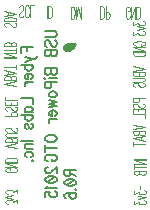
<source format=gbo>
G04 DipTrace 2.4.0.2*
%INUSBBiPowerOTG.gbo*%
%MOMM*%
%ADD10C,0.25*%
%ADD29C,0.114*%
%ADD84O,0.863X0.723*%
%ADD127C,0.157*%
%FSLAX53Y53*%
G04*
G71*
G90*
G75*
G01*
%LNBotSilk*%
%LPD*%
G36*
X19040Y26710D2*
X18406Y26093D1*
X18060Y26577D1*
X18216Y26703D1*
X19040Y26710D1*
G37*
D84*
X18345Y26428D3*
X18923Y26713D2*
D10*
G02X18420Y26196I-586J68D01*
G01*
X18900Y26727D2*
G03X18280Y26666I-219J-970D01*
G01*
X18490Y16068D2*
D127*
Y15719D1*
X18440Y15602D1*
X18392Y15562D1*
X18295Y15524D1*
X18198D1*
X18101Y15562D1*
X18052Y15602D1*
X18003Y15719D1*
Y16068D1*
X19024D1*
X18490Y15796D2*
X19024Y15524D1*
X18004Y15039D2*
X18053Y15156D1*
X18199Y15234D1*
X18441Y15273D1*
X18587D1*
X18830Y15234D1*
X18976Y15156D1*
X19024Y15039D1*
Y14962D1*
X18976Y14845D1*
X18830Y14768D1*
X18587Y14728D1*
X18441D1*
X18199Y14768D1*
X18053Y14845D1*
X18004Y14962D1*
Y15039D1*
X18199Y14768D2*
X18830Y15234D1*
X18926Y14439D2*
X18976Y14477D1*
X19024Y14439D1*
X18976Y14399D1*
X18926Y14439D1*
X18149Y13682D2*
X18053Y13720D1*
X18004Y13837D1*
Y13915D1*
X18053Y14031D1*
X18199Y14109D1*
X18441Y14148D1*
X18684D1*
X18878Y14109D1*
X18976Y14031D1*
X19024Y13915D1*
Y13876D1*
X18976Y13760D1*
X18878Y13682D1*
X18732Y13643D1*
X18684D1*
X18538Y13682D1*
X18441Y13760D1*
X18393Y13876D1*
Y13915D1*
X18441Y14031D1*
X18538Y14109D1*
X18684Y14148D1*
X24428Y14742D2*
D29*
Y14461D1*
X23918Y14301D2*
Y14034D1*
X24307Y14180D1*
Y14107D1*
X24355Y14059D1*
X24404Y14034D1*
X24550Y14010D1*
X24646D1*
X24792Y14034D1*
X24890Y14083D1*
X24938Y14156D1*
Y14229D1*
X24890Y14301D1*
X24841Y14325D1*
X24744Y14350D1*
X24258Y13899D2*
X24938Y13753D1*
X24258Y13607D1*
X23918Y13447D2*
Y13180D1*
X24307Y13326D1*
Y13253D1*
X24355Y13205D1*
X24404Y13180D1*
X24550Y13156D1*
X24646D1*
X24792Y13180D1*
X24890Y13229D1*
X24938Y13302D1*
Y13375D1*
X24890Y13447D1*
X24841Y13471D1*
X24744Y13496D1*
X23822Y19882D2*
X24842Y19688D1*
X23822Y19493D1*
Y19382D2*
X24842D1*
Y19163D1*
X24793Y19090D1*
X24745Y19066D1*
X24648Y19042D1*
X24502D1*
X24404Y19066D1*
X24356Y19090D1*
X24308Y19163D1*
X24258Y19090D1*
X24210Y19066D1*
X24114Y19042D1*
X24016D1*
X23919Y19066D1*
X23870Y19090D1*
X23822Y19163D1*
Y19382D1*
X24308D2*
Y19163D1*
X24842Y18542D2*
X23822Y18736D1*
X24842Y18931D1*
X24502Y18858D2*
Y18615D1*
X23822Y18260D2*
X24842D1*
X23822Y18430D2*
Y18090D1*
X16351Y27833D2*
D127*
X17080D1*
X17226Y27795D1*
X17323Y27717D1*
X17372Y27600D1*
Y27522D1*
X17323Y27406D1*
X17226Y27327D1*
X17080Y27289D1*
X16351D1*
X16497Y26493D2*
X16400Y26571D1*
X16351Y26687D1*
Y26843D1*
X16400Y26960D1*
X16497Y27038D1*
X16594D1*
X16692Y26998D1*
X16740Y26960D1*
X16788Y26882D1*
X16886Y26649D1*
X16934Y26571D1*
X16984Y26532D1*
X17080Y26493D1*
X17226D1*
X17323Y26571D1*
X17372Y26687D1*
Y26843D1*
X17323Y26960D1*
X17226Y27038D1*
X16351Y26242D2*
X17372D1*
Y25892D1*
X17323Y25775D1*
X17274Y25737D1*
X17178Y25698D1*
X17032D1*
X16934Y25737D1*
X16886Y25775D1*
X16838Y25892D1*
X16788Y25775D1*
X16740Y25737D1*
X16643Y25698D1*
X16546D1*
X16449Y25737D1*
X16400Y25775D1*
X16351Y25892D1*
Y26242D1*
X16838D2*
Y25892D1*
X16351Y24657D2*
X17372D1*
Y24307D1*
X17323Y24190D1*
X17274Y24151D1*
X17178Y24112D1*
X17032D1*
X16934Y24151D1*
X16886Y24190D1*
X16838Y24307D1*
X16788Y24190D1*
X16740Y24151D1*
X16643Y24112D1*
X16546D1*
X16449Y24151D1*
X16400Y24190D1*
X16351Y24307D1*
Y24657D1*
X16838D2*
Y24307D1*
X16351Y23861D2*
X16400Y23823D1*
X16351Y23783D1*
X16302Y23823D1*
X16351Y23861D1*
X16692Y23823D2*
X17372D1*
X16886Y23532D2*
Y23182D1*
X16838Y23066D1*
X16788Y23026D1*
X16692Y22988D1*
X16546D1*
X16449Y23026D1*
X16400Y23066D1*
X16351Y23182D1*
Y23532D1*
X17372D1*
X16692Y22543D2*
X16740Y22620D1*
X16838Y22698D1*
X16984Y22737D1*
X17080D1*
X17226Y22698D1*
X17323Y22620D1*
X17372Y22543D1*
Y22426D1*
X17323Y22348D1*
X17226Y22271D1*
X17080Y22231D1*
X16984D1*
X16838Y22271D1*
X16740Y22348D1*
X16692Y22426D1*
Y22543D1*
Y21980D2*
X17372Y21825D1*
X16692Y21669D1*
X17372Y21514D1*
X16692Y21358D1*
X16984Y21107D2*
Y20641D1*
X16886D1*
X16788Y20680D1*
X16740Y20718D1*
X16692Y20796D1*
Y20913D1*
X16740Y20991D1*
X16838Y21069D1*
X16984Y21107D1*
X17080D1*
X17226Y21069D1*
X17323Y20991D1*
X17372Y20913D1*
Y20796D1*
X17323Y20718D1*
X17226Y20641D1*
X16692Y20390D2*
X17372D1*
X16984D2*
X16838Y20351D1*
X16740Y20273D1*
X16692Y20195D1*
Y20078D1*
X16351Y18804D2*
X16400Y18882D1*
X16497Y18959D1*
X16594Y18999D1*
X16740Y19037D1*
X16984D1*
X17128Y18999D1*
X17226Y18959D1*
X17323Y18882D1*
X17372Y18804D1*
Y18648D1*
X17323Y18571D1*
X17226Y18493D1*
X17128Y18454D1*
X16984Y18416D1*
X16740D1*
X16594Y18454D1*
X16497Y18493D1*
X16400Y18571D1*
X16351Y18648D1*
Y18804D1*
Y17892D2*
X17372D1*
X16351Y18165D2*
Y17620D1*
X16594Y16786D2*
X16497Y16825D1*
X16400Y16903D1*
X16351Y16980D1*
Y17136D1*
X16400Y17214D1*
X16497Y17291D1*
X16594Y17330D1*
X16740Y17369D1*
X16984D1*
X17128Y17330D1*
X17226Y17291D1*
X17323Y17214D1*
X17372Y17136D1*
Y16980D1*
X17323Y16903D1*
X17226Y16825D1*
X17128Y16786D1*
X16984D1*
Y16980D1*
X14320Y25944D2*
Y26450D1*
X15340D1*
X14806D2*
Y26139D1*
X14660Y25654D2*
X15340Y25421D1*
X15535Y25498D1*
X15632Y25577D1*
X15681Y25654D1*
Y25693D1*
X14660Y25188D2*
X15340Y25421D1*
X14320Y24937D2*
X15340D1*
X14806D2*
X14708Y24858D1*
X14660Y24781D1*
Y24664D1*
X14708Y24587D1*
X14806Y24509D1*
X14952Y24470D1*
X15048D1*
X15194Y24509D1*
X15291Y24587D1*
X15340Y24664D1*
Y24781D1*
X15291Y24858D1*
X15194Y24937D1*
X14952Y24219D2*
Y23753D1*
X14854D1*
X14756Y23792D1*
X14708Y23830D1*
X14660Y23908D1*
Y24025D1*
X14708Y24103D1*
X14806Y24181D1*
X14952Y24219D1*
X15048D1*
X15194Y24181D1*
X15291Y24103D1*
X15340Y24025D1*
Y23908D1*
X15291Y23830D1*
X15194Y23753D1*
X14660Y23502D2*
X15340D1*
X14952D2*
X14806Y23463D1*
X14708Y23385D1*
X14660Y23307D1*
Y23190D1*
X14320Y22149D2*
X15340D1*
Y21683D1*
X14660Y20966D2*
X15340D1*
X14806D2*
X14708Y21043D1*
X14660Y21121D1*
Y21237D1*
X14708Y21315D1*
X14806Y21392D1*
X14952Y21432D1*
X15048D1*
X15194Y21392D1*
X15291Y21315D1*
X15340Y21237D1*
Y21121D1*
X15291Y21043D1*
X15194Y20966D1*
X14320Y20715D2*
X15340D1*
X14806D2*
X14708Y20636D1*
X14660Y20559D1*
Y20442D1*
X14708Y20365D1*
X14806Y20287D1*
X14952Y20248D1*
X15048D1*
X15194Y20287D1*
X15291Y20365D1*
X15340Y20442D1*
Y20559D1*
X15291Y20636D1*
X15194Y20715D1*
X14806Y19570D2*
X14708Y19608D1*
X14660Y19725D1*
Y19842D1*
X14708Y19959D1*
X14806Y19997D1*
X14902Y19959D1*
X14952Y19881D1*
X15000Y19687D1*
X15048Y19608D1*
X15146Y19570D1*
X15194D1*
X15291Y19608D1*
X15340Y19725D1*
Y19842D1*
X15291Y19959D1*
X15194Y19997D1*
X14320Y18529D2*
X15340D1*
X14660Y18278D2*
X15340D1*
X14854D2*
X14708Y18161D1*
X14660Y18083D1*
Y17967D1*
X14708Y17889D1*
X14854Y17850D1*
X15340D1*
X14806Y17132D2*
X14708Y17210D1*
X14660Y17288D1*
Y17404D1*
X14708Y17482D1*
X14806Y17560D1*
X14952Y17599D1*
X15048D1*
X15194Y17560D1*
X15291Y17482D1*
X15340Y17404D1*
Y17288D1*
X15291Y17210D1*
X15194Y17132D1*
X15243Y16842D2*
X15292Y16881D1*
X15340Y16842D1*
X15292Y16803D1*
X15243Y16842D1*
X16618Y16276D2*
X16569D1*
X16472Y16237D1*
X16423Y16198D1*
X16375Y16120D1*
Y15965D1*
X16423Y15888D1*
X16472Y15849D1*
X16569Y15809D1*
X16666D1*
X16764Y15849D1*
X16908Y15926D1*
X17395Y16315D1*
Y15771D1*
X16375Y15286D2*
X16423Y15403D1*
X16569Y15481D1*
X16812Y15520D1*
X16958D1*
X17200Y15481D1*
X17346Y15403D1*
X17395Y15286D1*
Y15209D1*
X17346Y15092D1*
X17200Y15015D1*
X16958Y14975D1*
X16812D1*
X16569Y15015D1*
X16423Y15092D1*
X16375Y15209D1*
Y15286D1*
X16569Y15015D2*
X17200Y15481D1*
X16569Y14724D2*
X16520Y14646D1*
X16375Y14529D1*
X17395D1*
X16375Y13812D2*
Y14200D1*
X16812Y14239D1*
X16764Y14200D1*
X16714Y14083D1*
Y13968D1*
X16764Y13851D1*
X16860Y13773D1*
X17006Y13734D1*
X17103D1*
X17249Y13773D1*
X17346Y13851D1*
X17395Y13968D1*
Y14083D1*
X17346Y14200D1*
X17297Y14239D1*
X17200Y14278D1*
X23865Y17032D2*
D29*
X24886D1*
X23865Y16581D2*
X24886D1*
X23865Y16921D1*
X24886D1*
X23865Y16300D2*
X24886D1*
X23865Y16470D2*
Y16129D1*
Y16018D2*
X24886D1*
Y15799D1*
X24836Y15726D1*
X24788Y15702D1*
X24692Y15678D1*
X24546D1*
X24448Y15702D1*
X24400Y15726D1*
X24351Y15799D1*
X24302Y15726D1*
X24254Y15702D1*
X24157Y15678D1*
X24059D1*
X23963Y15702D1*
X23913Y15726D1*
X23865Y15799D1*
Y16018D1*
X24351D2*
Y15799D1*
X24321Y22121D2*
Y21902D1*
X24272Y21829D1*
X24223Y21805D1*
X24126Y21780D1*
X23980D1*
X23884Y21805D1*
X23834Y21829D1*
X23786Y21902D1*
Y22121D1*
X24807D1*
X23932Y21329D2*
X23834Y21377D1*
X23786Y21450D1*
Y21548D1*
X23834Y21621D1*
X23932Y21669D1*
X24029D1*
X24126Y21645D1*
X24175Y21621D1*
X24223Y21572D1*
X24321Y21426D1*
X24369Y21377D1*
X24418Y21353D1*
X24515Y21329D1*
X24661D1*
X24758Y21377D1*
X24807Y21450D1*
Y21548D1*
X24758Y21621D1*
X24661Y21669D1*
X23786Y20902D2*
Y21218D1*
X24807D1*
Y20902D1*
X24272Y21218D2*
Y21024D1*
X23786Y20791D2*
X24807D1*
Y20500D1*
X23815Y24837D2*
X24836Y24643D1*
X23815Y24448D1*
Y24337D2*
X24836D1*
Y24118D1*
X24786Y24045D1*
X24738Y24021D1*
X24641Y23997D1*
X24495D1*
X24398Y24021D1*
X24349Y24045D1*
X24301Y24118D1*
X24252Y24045D1*
X24203Y24021D1*
X24107Y23997D1*
X24009D1*
X23913Y24021D1*
X23863Y24045D1*
X23815Y24118D1*
Y24337D1*
X24301D2*
Y24118D1*
X23815Y23886D2*
X24544D1*
X24690Y23862D1*
X24786Y23813D1*
X24836Y23740D1*
Y23692D1*
X24786Y23619D1*
X24690Y23570D1*
X24544Y23546D1*
X23815D1*
X23961Y23094D2*
X23863Y23142D1*
X23815Y23215D1*
Y23313D1*
X23863Y23386D1*
X23961Y23434D1*
X24057D1*
X24155Y23410D1*
X24203Y23386D1*
X24252Y23337D1*
X24349Y23191D1*
X24398Y23142D1*
X24447Y23118D1*
X24544Y23094D1*
X24690D1*
X24786Y23142D1*
X24836Y23215D1*
Y23313D1*
X24786Y23386D1*
X24690Y23434D1*
X24060Y26596D2*
X23964Y26620D1*
X23866Y26669D1*
X23818Y26717D1*
Y26815D1*
X23866Y26863D1*
X23964Y26912D1*
X24060Y26936D1*
X24206Y26961D1*
X24450D1*
X24595Y26936D1*
X24692Y26912D1*
X24789Y26863D1*
X24838Y26815D1*
Y26717D1*
X24789Y26669D1*
X24692Y26620D1*
X24595Y26596D1*
X24450D1*
Y26717D1*
X23818Y26145D2*
X24838D1*
X23818Y26485D1*
X24838D1*
X23818Y26034D2*
X24838D1*
Y25864D1*
X24789Y25791D1*
X24692Y25742D1*
X24595Y25718D1*
X24450Y25693D1*
X24206D1*
X24060Y25718D1*
X23964Y25742D1*
X23866Y25791D1*
X23818Y25864D1*
Y26034D1*
X23848Y28631D2*
Y28365D1*
X24236Y28510D1*
Y28437D1*
X24284Y28389D1*
X24333Y28365D1*
X24479Y28340D1*
X24575D1*
X24721Y28365D1*
X24819Y28413D1*
X24867Y28486D1*
Y28559D1*
X24819Y28631D1*
X24770Y28656D1*
X24673Y28680D1*
X24187Y28229D2*
X24867Y28083D1*
X24187Y27937D1*
X23848Y27777D2*
Y27511D1*
X24236Y27656D1*
Y27583D1*
X24284Y27535D1*
X24333Y27511D1*
X24479Y27486D1*
X24575D1*
X24721Y27511D1*
X24819Y27559D1*
X24867Y27632D1*
Y27705D1*
X24819Y27777D1*
X24770Y27802D1*
X24673Y27826D1*
X23543Y29104D2*
X23519Y29008D1*
X23470Y28910D1*
X23421Y28862D1*
X23324D1*
X23275Y28910D1*
X23227Y29008D1*
X23202Y29104D1*
X23178Y29250D1*
Y29494D1*
X23202Y29639D1*
X23227Y29737D1*
X23275Y29833D1*
X23324Y29883D1*
X23421D1*
X23470Y29833D1*
X23519Y29737D1*
X23543Y29639D1*
Y29494D1*
X23421D1*
X23994Y28862D2*
Y29883D1*
X23654Y28862D1*
Y29883D1*
X24105Y28862D2*
Y29883D1*
X24275D1*
X24348Y29833D1*
X24397Y29737D1*
X24421Y29639D1*
X24445Y29494D1*
Y29250D1*
X24421Y29104D1*
X24397Y29008D1*
X24348Y28910D1*
X24275Y28862D1*
X24105D1*
X21055Y28885D2*
Y29906D1*
X21225D1*
X21298Y29856D1*
X21347Y29760D1*
X21371Y29662D1*
X21395Y29517D1*
Y29274D1*
X21371Y29128D1*
X21347Y29031D1*
X21298Y28933D1*
X21225Y28885D1*
X21055D1*
X21506Y29420D2*
X21725D1*
X21797Y29371D1*
X21822Y29322D1*
X21846Y29225D1*
Y29079D1*
X21822Y28983D1*
X21797Y28933D1*
X21725Y28885D1*
X21506D1*
Y29906D1*
X18537Y28882D2*
Y29903D1*
X18707D1*
X18780Y29854D1*
X18829Y29757D1*
X18853Y29659D1*
X18877Y29514D1*
Y29271D1*
X18853Y29125D1*
X18829Y29028D1*
X18780Y28930D1*
X18707Y28882D1*
X18537D1*
X19377Y29903D2*
Y28882D1*
X19183Y29903D1*
X18989Y28882D1*
Y29903D1*
X16526Y28930D2*
Y29951D1*
X16637Y28930D2*
Y29951D1*
X16808D1*
X16881Y29902D1*
X16929Y29805D1*
X16954Y29708D1*
X16978Y29563D1*
Y29319D1*
X16954Y29173D1*
X16929Y29076D1*
X16881Y28979D1*
X16808Y28930D1*
X16637D1*
X14535Y29138D2*
X14486Y29041D1*
X14413Y28992D1*
X14316D1*
X14243Y29041D1*
X14194Y29138D1*
Y29235D1*
X14219Y29333D1*
X14243Y29381D1*
X14292Y29429D1*
X14438Y29527D1*
X14486Y29575D1*
X14511Y29625D1*
X14535Y29721D1*
Y29867D1*
X14486Y29964D1*
X14413Y30013D1*
X14316D1*
X14243Y29964D1*
X14194Y29867D1*
X15010Y29235D2*
X14986Y29138D1*
X14937Y29041D1*
X14889Y28992D1*
X14792D1*
X14743Y29041D1*
X14695Y29138D1*
X14670Y29235D1*
X14646Y29381D1*
Y29625D1*
X14670Y29770D1*
X14695Y29867D1*
X14743Y29964D1*
X14792Y30013D1*
X14889D1*
X14937Y29964D1*
X14986Y29867D1*
X15010Y29770D1*
X15121Y28992D2*
Y30013D1*
X15413D1*
X13788Y28541D2*
X13886Y28492D1*
X13934Y28419D1*
Y28322D1*
X13886Y28249D1*
X13788Y28200D1*
X13691D1*
X13594Y28225D1*
X13545Y28249D1*
X13497Y28298D1*
X13399Y28444D1*
X13351Y28492D1*
X13302Y28517D1*
X13205Y28541D1*
X13059D1*
X12963Y28492D1*
X12913Y28419D1*
Y28322D1*
X12963Y28249D1*
X13059Y28200D1*
X13934Y28652D2*
X12913D1*
Y28822D1*
X12963Y28895D1*
X13059Y28944D1*
X13157Y28968D1*
X13302Y28992D1*
X13545D1*
X13691Y28968D1*
X13788Y28944D1*
X13886Y28895D1*
X13934Y28822D1*
Y28652D1*
X12913Y29492D2*
X13934Y29297D1*
X12913Y29103D1*
X13253Y29176D2*
Y29419D1*
X13942Y25505D2*
X12921D1*
X13942Y25956D2*
X12921D1*
X13942Y25616D1*
X12921D1*
X13942Y26237D2*
X12921D1*
X13942Y26067D2*
Y26407D1*
Y26519D2*
X12921D1*
Y26738D1*
X12970Y26811D1*
X13018Y26835D1*
X13115Y26859D1*
X13261D1*
X13359Y26835D1*
X13407Y26811D1*
X13455Y26738D1*
X13505Y26811D1*
X13553Y26835D1*
X13650Y26859D1*
X13747D1*
X13844Y26835D1*
X13893Y26811D1*
X13942Y26738D1*
Y26519D1*
X13455D2*
Y26738D1*
X13945Y23169D2*
X12924Y23363D1*
X13945Y23557D1*
Y23668D2*
X12924D1*
Y23887D1*
X12974Y23960D1*
X13022Y23984D1*
X13119Y24009D1*
X13265D1*
X13362Y23984D1*
X13411Y23960D1*
X13459Y23887D1*
X13508Y23960D1*
X13557Y23984D1*
X13653Y24009D1*
X13751D1*
X13847Y23984D1*
X13897Y23960D1*
X13945Y23887D1*
Y23668D1*
X13459D2*
Y23887D1*
X12924Y24509D2*
X13945Y24314D1*
X12924Y24120D1*
X13265Y24193D2*
Y24436D1*
X13945Y24790D2*
X12924D1*
X13945Y24620D2*
Y24960D1*
X13468Y20629D2*
Y20848D1*
X13517Y20920D1*
X13566Y20945D1*
X13663Y20969D1*
X13809D1*
X13905Y20945D1*
X13955Y20920D1*
X14003Y20848D1*
Y20629D1*
X12982D1*
X13857Y21420D2*
X13955Y21372D1*
X14003Y21299D1*
Y21202D1*
X13955Y21129D1*
X13857Y21080D1*
X13760D1*
X13663Y21105D1*
X13614Y21129D1*
X13566Y21177D1*
X13468Y21323D1*
X13420Y21372D1*
X13371Y21396D1*
X13274Y21420D1*
X13128D1*
X13031Y21372D1*
X12982Y21299D1*
Y21202D1*
X13031Y21129D1*
X13128Y21080D1*
X14003Y21847D2*
Y21531D1*
X12982D1*
Y21847D1*
X13517Y21531D2*
Y21726D1*
X14003Y21958D2*
X12982D1*
Y22250D1*
X14028Y17917D2*
X13007Y18111D1*
X14028Y18305D1*
Y18416D2*
X13007D1*
Y18635D1*
X13057Y18708D1*
X13105Y18732D1*
X13201Y18757D1*
X13347D1*
X13445Y18732D1*
X13493Y18708D1*
X13542Y18635D1*
X13591Y18708D1*
X13639Y18732D1*
X13736Y18757D1*
X13834D1*
X13930Y18732D1*
X13980Y18708D1*
X14028Y18635D1*
Y18416D1*
X13542D2*
Y18635D1*
X14028Y18868D2*
X13299D1*
X13153Y18892D1*
X13057Y18941D1*
X13007Y19014D1*
Y19062D1*
X13057Y19135D1*
X13153Y19184D1*
X13299Y19208D1*
X14028D1*
X13882Y19659D2*
X13980Y19611D1*
X14028Y19538D1*
Y19441D1*
X13980Y19368D1*
X13882Y19319D1*
X13785D1*
X13688Y19344D1*
X13639Y19368D1*
X13591Y19416D1*
X13493Y19562D1*
X13445Y19611D1*
X13396Y19635D1*
X13299Y19659D1*
X13153D1*
X13057Y19611D1*
X13007Y19538D1*
Y19441D1*
X13057Y19368D1*
X13153Y19319D1*
X13787Y16214D2*
X13883Y16190D1*
X13981Y16141D1*
X14029Y16093D1*
Y15996D1*
X13981Y15947D1*
X13883Y15899D1*
X13787Y15874D1*
X13641Y15850D1*
X13397D1*
X13252Y15874D1*
X13154Y15899D1*
X13058Y15947D1*
X13008Y15996D1*
Y16093D1*
X13058Y16141D1*
X13154Y16190D1*
X13252Y16214D1*
X13397D1*
Y16093D1*
X14029Y16666D2*
X13008D1*
X14029Y16325D1*
X13008D1*
X14029Y16777D2*
X13008D1*
Y16947D1*
X13058Y17020D1*
X13154Y17069D1*
X13252Y17093D1*
X13397Y17117D1*
X13641D1*
X13787Y17093D1*
X13883Y17069D1*
X13981Y17020D1*
X14029Y16947D1*
Y16777D1*
X14028Y13239D2*
Y13506D1*
X13640Y13360D1*
Y13433D1*
X13591Y13481D1*
X13543Y13506D1*
X13397Y13530D1*
X13300D1*
X13154Y13506D1*
X13057Y13457D1*
X13008Y13384D1*
Y13311D1*
X13057Y13239D1*
X13106Y13215D1*
X13203Y13190D1*
X13689Y13641D2*
X13008Y13787D1*
X13689Y13933D1*
X14028Y14093D2*
Y14360D1*
X13640Y14214D1*
Y14287D1*
X13591Y14335D1*
X13543Y14360D1*
X13397Y14384D1*
X13300D1*
X13154Y14360D1*
X13057Y14311D1*
X13008Y14238D1*
Y14165D1*
X13057Y14093D1*
X13106Y14069D1*
X13203Y14044D1*
M02*

</source>
